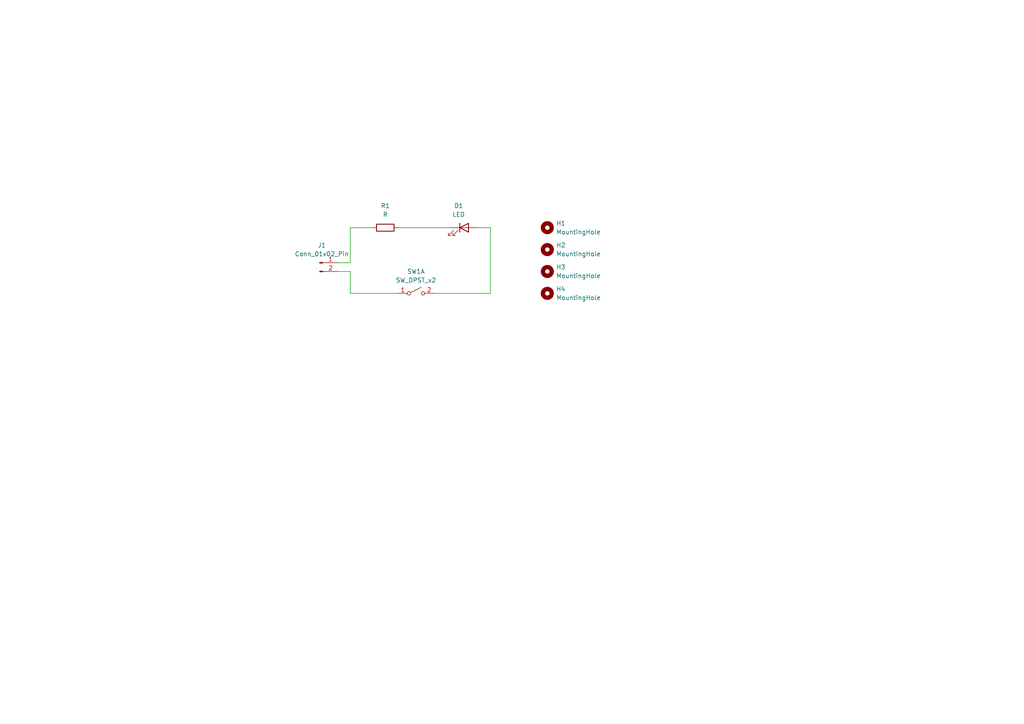
<source format=kicad_sch>
(kicad_sch (version 20231120) (generator "eeschema") (generator_version "8.0")
  (paper "A4")
  (title_block (title "test") (company "Akihiro Kataoka"))
  (lib_symbols
    (symbol "Connector:Conn_01x02_Pin" (pin_names (offset 1.016) hide)
      (property "Reference" "J" (at 0 2.54 0))
      (property "Value" "Conn_01x02_Pin" (at 0 -5.08 0))
      (symbol "Conn_01x02_Pin_1_1"
        (polyline (pts (xy 1.27 -2.54) (xy 0.8636 -2.54)) (stroke (width 0.1524)))
        (polyline (pts (xy 1.27 0) (xy 0.8636 0)) (stroke (width 0.1524)))
        (rectangle (start 0.8636 -2.413) (end 0 -2.667) (stroke (width 0.1524)) (fill (type outline)))
        (rectangle (start 0.8636 0.127) (end 0 -0.127) (stroke (width 0.1524)) (fill (type outline)))
        (pin passive line (at 5.08 0 180) (length 3.81) (name "Pin_1") (number "1"))
        (pin passive line (at 5.08 -2.54 180) (length 3.81) (name "Pin_2") (number "2"))
      )
    )
    (symbol "Device:LED" (pin_numbers hide) (pin_names (offset 1.016) hide)
      (property "Reference" "D" (at 0 2.54 0))
      (property "Value" "LED" (at 0 -2.54 0))
      (symbol "LED_0_1"
        (polyline (pts (xy -1.27 -1.27) (xy -1.27 1.27)) (stroke (width 0.254)))
        (polyline (pts (xy -1.27 0) (xy 1.27 0)))
        (polyline (pts (xy 1.27 -1.27) (xy 1.27 1.27) (xy -1.27 0) (xy 1.27 -1.27)) (stroke (width 0.254)))
        (polyline (pts (xy -3.048 -0.762) (xy -4.572 -2.286) (xy -3.81 -2.286) (xy -4.572 -2.286) (xy -4.572 -1.524)))
        (polyline (pts (xy -1.778 -0.762) (xy -3.302 -2.286) (xy -2.54 -2.286) (xy -3.302 -2.286) (xy -3.302 -1.524)))
      )
      (symbol "LED_1_1"
        (pin passive line (at -3.81 0 0) (length 2.54) (name "K") (number "1"))
        (pin passive line (at 3.81 0 180) (length 2.54) (name "A") (number "2"))
      )
    )
    (symbol "Device:R" (pin_numbers hide) (pin_names (offset 0))
      (property "Reference" "R" (at 2.032 0 90))
      (property "Value" "R" (at 0 0 90))
      (symbol "R_0_1"
        (rectangle (start -1.016 -2.54) (end 1.016 2.54) (stroke (width 0.254)))
      )
      (symbol "R_1_1"
        (pin passive line (at 0 3.81 270) (length 1.27) (name "~") (number "1"))
        (pin passive line (at 0 -3.81 90) (length 1.27) (name "~") (number "2"))
      )
    )
    (symbol "Mechanical:MountingHole" (pin_names (offset 1.016)) (exclude_from_sim yes) (in_bom no)
      (property "Reference" "H" (at 0 5.08 0))
      (property "Value" "MountingHole" (at 0 3.175 0))
      (symbol "MountingHole_0_1"
        (circle (center 0 0) (radius 1.27) (stroke (width 1.27)))
      )
    )
    (symbol "Switch:SW_DPST_x2" (pin_names (offset 0) hide)
      (property "Reference" "SW" (at 0 3.175 0))
      (property "Value" "SW_DPST_x2" (at 0 -2.54 0))
      (symbol "SW_DPST_x2_0_0"
        (circle (center -2.032 0) (radius 0.508))
        (polyline (pts (xy -1.524 0.254) (xy 1.524 1.778)))
        (circle (center 2.032 0) (radius 0.508))
      )
      (symbol "SW_DPST_x2_1_1"
        (pin passive line (at -5.08 0 0) (length 2.54) (name "A") (number "1"))
        (pin passive line (at 5.08 0 180) (length 2.54) (name "B") (number "2"))
      )
      (symbol "SW_DPST_x2_2_1"
        (pin passive line (at -5.08 0 0) (length 2.54) (name "A") (number "3"))
        (pin passive line (at 5.08 0 180) (length 2.54) (name "B") (number "4"))
      )
    )
  )
  (wire (pts (xy 101.6 85.09) (xy 101.6 78.74)))
  (wire (pts (xy 125.73 85.09) (xy 142.24 85.09)))
  (wire (pts (xy 138.43 66.04) (xy 142.24 66.04)))
  (wire (pts (xy 115.57 85.09) (xy 101.6 85.09)))
  (wire (pts (xy 97.79 76.2) (xy 101.6 76.2)))
  (wire (pts (xy 101.6 66.04) (xy 107.95 66.04)))
  (wire (pts (xy 101.6 78.74) (xy 97.79 78.74)))
  (wire (pts (xy 142.24 66.04) (xy 142.24 85.09)))
  (wire (pts (xy 115.57 66.04) (xy 130.81 66.04)))
  (wire (pts (xy 101.6 76.2) (xy 101.6 66.04)))
  (symbol (lib_id "Mechanical:MountingHole") (at 158.75 85.09 0) (unit 1) (exclude_from_sim yes) (in_bom no)
    (property "Reference" "H4" (at 161.29 83.8199 0) (effects (justify left)))
    (property "Value" "MountingHole" (at 161.29 86.3599 0) (effects (justify left)))
    (property "Footprint" "MountingHole:MountingHole_3.2mm_M3" (effects (hide yes)))
    (property "Description" "Mounting Hole without connection" (effects (hide yes)))
  )
  (symbol (lib_id "Connector:Conn_01x02_Pin") (at 92.71 76.2 0) (unit 1)
    (property "Reference" "J1" (at 93.345 71.12 0))
    (property "Value" "Conn_01x02_Pin" (at 93.345 73.66 0))
    (property "Footprint" "Connector_PinHeader_2.54mm:PinHeader_1x02_P2.54mm_Vertical" (effects (hide yes)))
    (property "Description" "Generic connector, single row, 01x02, script generated" (effects (hide yes)))
  )
  (symbol (lib_id "Device:R") (at 111.76 66.04 90) (unit 1)
    (property "Reference" "R1" (at 111.76 59.69 90))
    (property "Value" "R" (at 111.76 62.23 90))
    (property "Footprint" "Connector_PinHeader_2.54mm:PinHeader_1x04_P2.54mm_Vertical" (effects (hide yes)))
    (property "Description" "Resistor" (effects (hide yes)))
  )
  (symbol (lib_id "Device:LED") (at 134.62 66.04 0) (unit 1)
    (property "Reference" "D1" (at 133.0325 59.69 0))
    (property "Value" "LED" (at 133.0325 62.23 0))
    (property "Footprint" "Connector_PinHeader_2.54mm:PinHeader_1x02_P2.54mm_Vertical" (effects (hide yes)))
    (property "Description" "Light emitting diode" (effects (hide yes)))
  )
  (symbol (lib_id "Mechanical:MountingHole") (at 158.75 72.39 0) (unit 1) (exclude_from_sim yes) (in_bom no)
    (property "Reference" "H2" (at 161.29 71.1199 0) (effects (justify left)))
    (property "Value" "MountingHole" (at 161.29 73.6599 0) (effects (justify left)))
    (property "Footprint" "MountingHole:MountingHole_3.2mm_M3" (effects (hide yes)))
    (property "Description" "Mounting Hole without connection" (effects (hide yes)))
  )
  (symbol (lib_id "Mechanical:MountingHole") (at 158.75 66.04 0) (unit 1) (exclude_from_sim yes) (in_bom no)
    (property "Reference" "H1" (at 161.29 64.7699 0) (effects (justify left)))
    (property "Value" "MountingHole" (at 161.29 67.3099 0) (effects (justify left)))
    (property "Footprint" "MountingHole:MountingHole_3.2mm_M3" (effects (hide yes)))
    (property "Description" "Mounting Hole without connection" (effects (hide yes)))
  )
  (symbol (lib_id "Mechanical:MountingHole") (at 158.75 78.74 0) (unit 1) (exclude_from_sim yes) (in_bom no)
    (property "Reference" "H3" (at 161.29 77.4699 0) (effects (justify left)))
    (property "Value" "MountingHole" (at 161.29 80.0099 0) (effects (justify left)))
    (property "Footprint" "MountingHole:MountingHole_3.2mm_M3" (effects (hide yes)))
    (property "Description" "Mounting Hole without connection" (effects (hide yes)))
  )
  (symbol (lib_id "Switch:SW_DPST_x2") (at 120.65 85.09 0) (unit 1)
    (property "Reference" "SW1" (at 120.65 78.74 0))
    (property "Value" "SW_DPST_x2" (at 120.65 81.28 0))
    (property "Footprint" "Connector_PinHeader_2.54mm:PinHeader_1x02_P2.54mm_Vertical" (effects (hide yes)))
    (property "Description" "Single Pole Single Throw (SPST) switch, separate symbol" (effects (hide yes)))
  )
)
</source>
